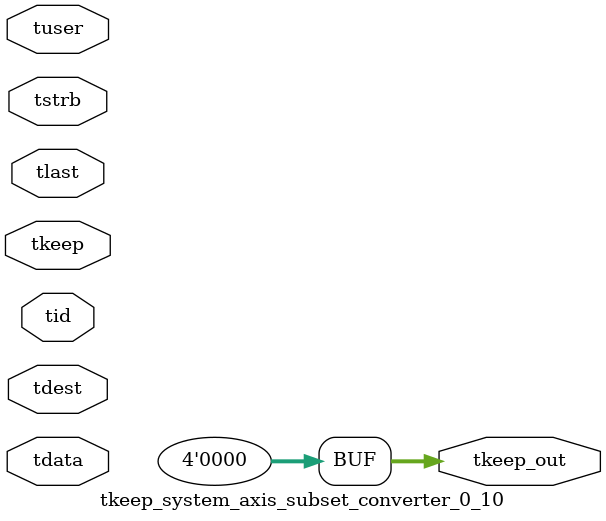
<source format=v>


`timescale 1ps/1ps

module tkeep_system_axis_subset_converter_0_10 #
(
parameter C_S_AXIS_TDATA_WIDTH = 32,
parameter C_S_AXIS_TUSER_WIDTH = 0,
parameter C_S_AXIS_TID_WIDTH   = 0,
parameter C_S_AXIS_TDEST_WIDTH = 0,
parameter C_M_AXIS_TDATA_WIDTH = 32
)
(
input  [(C_S_AXIS_TDATA_WIDTH == 0 ? 1 : C_S_AXIS_TDATA_WIDTH)-1:0     ] tdata,
input  [(C_S_AXIS_TUSER_WIDTH == 0 ? 1 : C_S_AXIS_TUSER_WIDTH)-1:0     ] tuser,
input  [(C_S_AXIS_TID_WIDTH   == 0 ? 1 : C_S_AXIS_TID_WIDTH)-1:0       ] tid,
input  [(C_S_AXIS_TDEST_WIDTH == 0 ? 1 : C_S_AXIS_TDEST_WIDTH)-1:0     ] tdest,
input  [(C_S_AXIS_TDATA_WIDTH/8)-1:0 ] tkeep,
input  [(C_S_AXIS_TDATA_WIDTH/8)-1:0 ] tstrb,
input                                                                    tlast,
output [(C_M_AXIS_TDATA_WIDTH/8)-1:0 ] tkeep_out
);

assign tkeep_out = {1'b0};

endmodule


</source>
